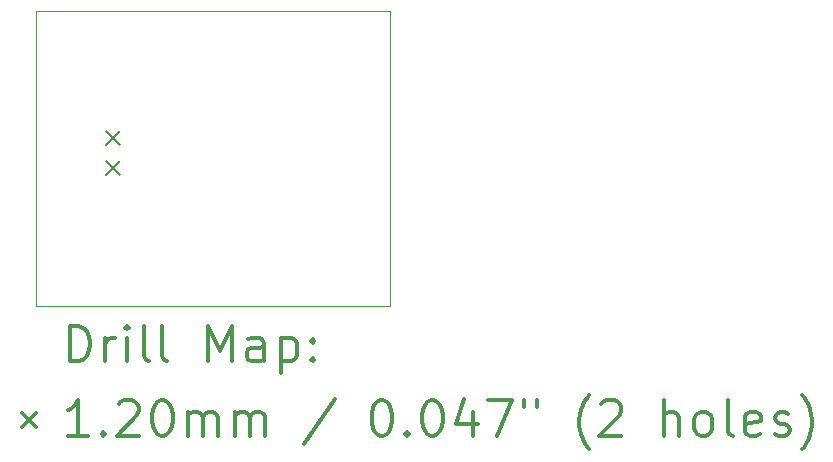
<source format=gbr>
%FSLAX45Y45*%
G04 Gerber Fmt 4.5, Leading zero omitted, Abs format (unit mm)*
G04 Created by KiCad (PCBNEW (5.1.5-0)) date 2022-02-21 13:17:41*
%MOMM*%
%LPD*%
G04 APERTURE LIST*
%TA.AperFunction,Profile*%
%ADD10C,0.050000*%
%TD*%
%ADD11C,0.200000*%
%ADD12C,0.300000*%
G04 APERTURE END LIST*
D10*
X11000000Y-8500000D02*
X11000000Y-6000000D01*
X14000000Y-8500000D02*
X11000000Y-8500000D01*
X14000000Y-6000000D02*
X14000000Y-8500000D01*
X11000000Y-6000000D02*
X14000000Y-6000000D01*
D11*
X11590000Y-7016000D02*
X11710000Y-7136000D01*
X11710000Y-7016000D02*
X11590000Y-7136000D01*
X11590000Y-7270000D02*
X11710000Y-7390000D01*
X11710000Y-7270000D02*
X11590000Y-7390000D01*
D12*
X11283928Y-8968214D02*
X11283928Y-8668214D01*
X11355357Y-8668214D01*
X11398214Y-8682500D01*
X11426786Y-8711072D01*
X11441071Y-8739643D01*
X11455357Y-8796786D01*
X11455357Y-8839643D01*
X11441071Y-8896786D01*
X11426786Y-8925357D01*
X11398214Y-8953929D01*
X11355357Y-8968214D01*
X11283928Y-8968214D01*
X11583928Y-8968214D02*
X11583928Y-8768214D01*
X11583928Y-8825357D02*
X11598214Y-8796786D01*
X11612500Y-8782500D01*
X11641071Y-8768214D01*
X11669643Y-8768214D01*
X11769643Y-8968214D02*
X11769643Y-8768214D01*
X11769643Y-8668214D02*
X11755357Y-8682500D01*
X11769643Y-8696786D01*
X11783928Y-8682500D01*
X11769643Y-8668214D01*
X11769643Y-8696786D01*
X11955357Y-8968214D02*
X11926786Y-8953929D01*
X11912500Y-8925357D01*
X11912500Y-8668214D01*
X12112500Y-8968214D02*
X12083928Y-8953929D01*
X12069643Y-8925357D01*
X12069643Y-8668214D01*
X12455357Y-8968214D02*
X12455357Y-8668214D01*
X12555357Y-8882500D01*
X12655357Y-8668214D01*
X12655357Y-8968214D01*
X12926786Y-8968214D02*
X12926786Y-8811072D01*
X12912500Y-8782500D01*
X12883928Y-8768214D01*
X12826786Y-8768214D01*
X12798214Y-8782500D01*
X12926786Y-8953929D02*
X12898214Y-8968214D01*
X12826786Y-8968214D01*
X12798214Y-8953929D01*
X12783928Y-8925357D01*
X12783928Y-8896786D01*
X12798214Y-8868214D01*
X12826786Y-8853929D01*
X12898214Y-8853929D01*
X12926786Y-8839643D01*
X13069643Y-8768214D02*
X13069643Y-9068214D01*
X13069643Y-8782500D02*
X13098214Y-8768214D01*
X13155357Y-8768214D01*
X13183928Y-8782500D01*
X13198214Y-8796786D01*
X13212500Y-8825357D01*
X13212500Y-8911072D01*
X13198214Y-8939643D01*
X13183928Y-8953929D01*
X13155357Y-8968214D01*
X13098214Y-8968214D01*
X13069643Y-8953929D01*
X13341071Y-8939643D02*
X13355357Y-8953929D01*
X13341071Y-8968214D01*
X13326786Y-8953929D01*
X13341071Y-8939643D01*
X13341071Y-8968214D01*
X13341071Y-8782500D02*
X13355357Y-8796786D01*
X13341071Y-8811072D01*
X13326786Y-8796786D01*
X13341071Y-8782500D01*
X13341071Y-8811072D01*
X10877500Y-9402500D02*
X10997500Y-9522500D01*
X10997500Y-9402500D02*
X10877500Y-9522500D01*
X11441071Y-9598214D02*
X11269643Y-9598214D01*
X11355357Y-9598214D02*
X11355357Y-9298214D01*
X11326786Y-9341072D01*
X11298214Y-9369643D01*
X11269643Y-9383929D01*
X11569643Y-9569643D02*
X11583928Y-9583929D01*
X11569643Y-9598214D01*
X11555357Y-9583929D01*
X11569643Y-9569643D01*
X11569643Y-9598214D01*
X11698214Y-9326786D02*
X11712500Y-9312500D01*
X11741071Y-9298214D01*
X11812500Y-9298214D01*
X11841071Y-9312500D01*
X11855357Y-9326786D01*
X11869643Y-9355357D01*
X11869643Y-9383929D01*
X11855357Y-9426786D01*
X11683928Y-9598214D01*
X11869643Y-9598214D01*
X12055357Y-9298214D02*
X12083928Y-9298214D01*
X12112500Y-9312500D01*
X12126786Y-9326786D01*
X12141071Y-9355357D01*
X12155357Y-9412500D01*
X12155357Y-9483929D01*
X12141071Y-9541072D01*
X12126786Y-9569643D01*
X12112500Y-9583929D01*
X12083928Y-9598214D01*
X12055357Y-9598214D01*
X12026786Y-9583929D01*
X12012500Y-9569643D01*
X11998214Y-9541072D01*
X11983928Y-9483929D01*
X11983928Y-9412500D01*
X11998214Y-9355357D01*
X12012500Y-9326786D01*
X12026786Y-9312500D01*
X12055357Y-9298214D01*
X12283928Y-9598214D02*
X12283928Y-9398214D01*
X12283928Y-9426786D02*
X12298214Y-9412500D01*
X12326786Y-9398214D01*
X12369643Y-9398214D01*
X12398214Y-9412500D01*
X12412500Y-9441072D01*
X12412500Y-9598214D01*
X12412500Y-9441072D02*
X12426786Y-9412500D01*
X12455357Y-9398214D01*
X12498214Y-9398214D01*
X12526786Y-9412500D01*
X12541071Y-9441072D01*
X12541071Y-9598214D01*
X12683928Y-9598214D02*
X12683928Y-9398214D01*
X12683928Y-9426786D02*
X12698214Y-9412500D01*
X12726786Y-9398214D01*
X12769643Y-9398214D01*
X12798214Y-9412500D01*
X12812500Y-9441072D01*
X12812500Y-9598214D01*
X12812500Y-9441072D02*
X12826786Y-9412500D01*
X12855357Y-9398214D01*
X12898214Y-9398214D01*
X12926786Y-9412500D01*
X12941071Y-9441072D01*
X12941071Y-9598214D01*
X13526786Y-9283929D02*
X13269643Y-9669643D01*
X13912500Y-9298214D02*
X13941071Y-9298214D01*
X13969643Y-9312500D01*
X13983928Y-9326786D01*
X13998214Y-9355357D01*
X14012500Y-9412500D01*
X14012500Y-9483929D01*
X13998214Y-9541072D01*
X13983928Y-9569643D01*
X13969643Y-9583929D01*
X13941071Y-9598214D01*
X13912500Y-9598214D01*
X13883928Y-9583929D01*
X13869643Y-9569643D01*
X13855357Y-9541072D01*
X13841071Y-9483929D01*
X13841071Y-9412500D01*
X13855357Y-9355357D01*
X13869643Y-9326786D01*
X13883928Y-9312500D01*
X13912500Y-9298214D01*
X14141071Y-9569643D02*
X14155357Y-9583929D01*
X14141071Y-9598214D01*
X14126786Y-9583929D01*
X14141071Y-9569643D01*
X14141071Y-9598214D01*
X14341071Y-9298214D02*
X14369643Y-9298214D01*
X14398214Y-9312500D01*
X14412500Y-9326786D01*
X14426786Y-9355357D01*
X14441071Y-9412500D01*
X14441071Y-9483929D01*
X14426786Y-9541072D01*
X14412500Y-9569643D01*
X14398214Y-9583929D01*
X14369643Y-9598214D01*
X14341071Y-9598214D01*
X14312500Y-9583929D01*
X14298214Y-9569643D01*
X14283928Y-9541072D01*
X14269643Y-9483929D01*
X14269643Y-9412500D01*
X14283928Y-9355357D01*
X14298214Y-9326786D01*
X14312500Y-9312500D01*
X14341071Y-9298214D01*
X14698214Y-9398214D02*
X14698214Y-9598214D01*
X14626786Y-9283929D02*
X14555357Y-9498214D01*
X14741071Y-9498214D01*
X14826786Y-9298214D02*
X15026786Y-9298214D01*
X14898214Y-9598214D01*
X15126786Y-9298214D02*
X15126786Y-9355357D01*
X15241071Y-9298214D02*
X15241071Y-9355357D01*
X15683928Y-9712500D02*
X15669643Y-9698214D01*
X15641071Y-9655357D01*
X15626786Y-9626786D01*
X15612500Y-9583929D01*
X15598214Y-9512500D01*
X15598214Y-9455357D01*
X15612500Y-9383929D01*
X15626786Y-9341072D01*
X15641071Y-9312500D01*
X15669643Y-9269643D01*
X15683928Y-9255357D01*
X15783928Y-9326786D02*
X15798214Y-9312500D01*
X15826786Y-9298214D01*
X15898214Y-9298214D01*
X15926786Y-9312500D01*
X15941071Y-9326786D01*
X15955357Y-9355357D01*
X15955357Y-9383929D01*
X15941071Y-9426786D01*
X15769643Y-9598214D01*
X15955357Y-9598214D01*
X16312500Y-9598214D02*
X16312500Y-9298214D01*
X16441071Y-9598214D02*
X16441071Y-9441072D01*
X16426786Y-9412500D01*
X16398214Y-9398214D01*
X16355357Y-9398214D01*
X16326786Y-9412500D01*
X16312500Y-9426786D01*
X16626786Y-9598214D02*
X16598214Y-9583929D01*
X16583928Y-9569643D01*
X16569643Y-9541072D01*
X16569643Y-9455357D01*
X16583928Y-9426786D01*
X16598214Y-9412500D01*
X16626786Y-9398214D01*
X16669643Y-9398214D01*
X16698214Y-9412500D01*
X16712500Y-9426786D01*
X16726786Y-9455357D01*
X16726786Y-9541072D01*
X16712500Y-9569643D01*
X16698214Y-9583929D01*
X16669643Y-9598214D01*
X16626786Y-9598214D01*
X16898214Y-9598214D02*
X16869643Y-9583929D01*
X16855357Y-9555357D01*
X16855357Y-9298214D01*
X17126786Y-9583929D02*
X17098214Y-9598214D01*
X17041071Y-9598214D01*
X17012500Y-9583929D01*
X16998214Y-9555357D01*
X16998214Y-9441072D01*
X17012500Y-9412500D01*
X17041071Y-9398214D01*
X17098214Y-9398214D01*
X17126786Y-9412500D01*
X17141071Y-9441072D01*
X17141071Y-9469643D01*
X16998214Y-9498214D01*
X17255357Y-9583929D02*
X17283928Y-9598214D01*
X17341071Y-9598214D01*
X17369643Y-9583929D01*
X17383928Y-9555357D01*
X17383928Y-9541072D01*
X17369643Y-9512500D01*
X17341071Y-9498214D01*
X17298214Y-9498214D01*
X17269643Y-9483929D01*
X17255357Y-9455357D01*
X17255357Y-9441072D01*
X17269643Y-9412500D01*
X17298214Y-9398214D01*
X17341071Y-9398214D01*
X17369643Y-9412500D01*
X17483928Y-9712500D02*
X17498214Y-9698214D01*
X17526786Y-9655357D01*
X17541071Y-9626786D01*
X17555357Y-9583929D01*
X17569643Y-9512500D01*
X17569643Y-9455357D01*
X17555357Y-9383929D01*
X17541071Y-9341072D01*
X17526786Y-9312500D01*
X17498214Y-9269643D01*
X17483928Y-9255357D01*
M02*

</source>
